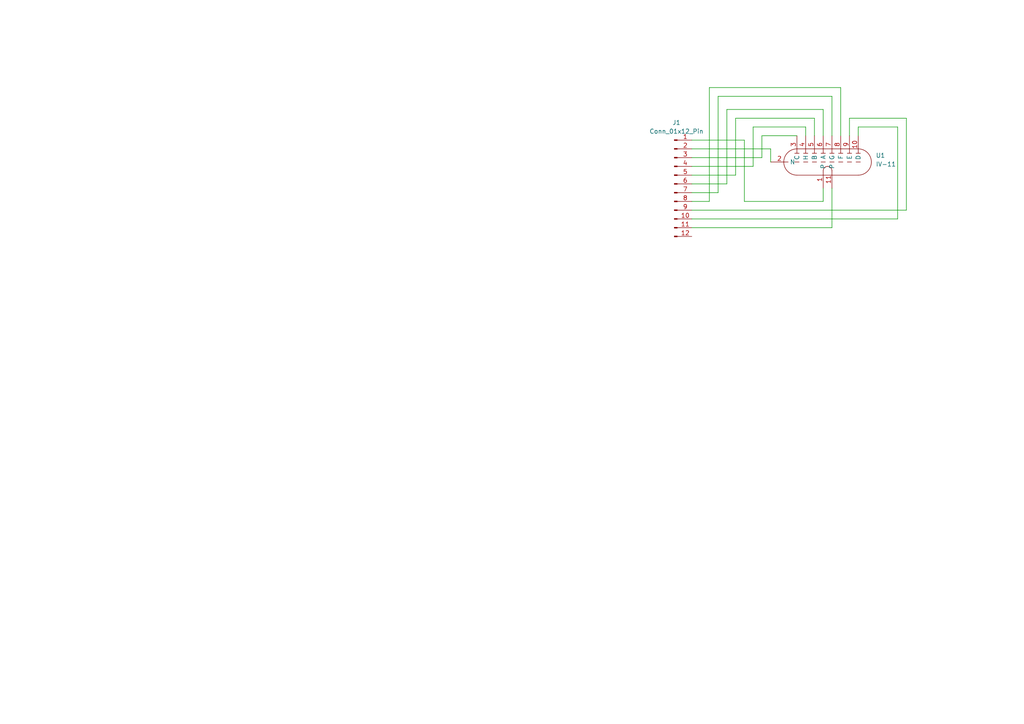
<source format=kicad_sch>
(kicad_sch (version 20230121) (generator eeschema)
  (paper "A4")
  (lib_symbols
    (symbol "Connector:Conn_01x12_Pin" (pin_names (offset 1.016) hide)
      (property "Reference" "J" (at 0 15.24 0))
      (property "Value" "Conn_01x12_Pin" (at 0 -17.78 0))
      (symbol "Conn_01x12_Pin_1_1"
        (polyline (pts (xy 1.27 -15.24) (xy 0.8636 -15.24)) (stroke (width 0.1524)))
        (polyline (pts (xy 1.27 -12.7) (xy 0.8636 -12.7)) (stroke (width 0.1524)))
        (polyline (pts (xy 1.27 -10.16) (xy 0.8636 -10.16)) (stroke (width 0.1524)))
        (polyline (pts (xy 1.27 -7.62) (xy 0.8636 -7.62)) (stroke (width 0.1524)))
        (polyline (pts (xy 1.27 -5.08) (xy 0.8636 -5.08)) (stroke (width 0.1524)))
        (polyline (pts (xy 1.27 -2.54) (xy 0.8636 -2.54)) (stroke (width 0.1524)))
        (polyline (pts (xy 1.27 0) (xy 0.8636 0)) (stroke (width 0.1524)))
        (polyline (pts (xy 1.27 2.54) (xy 0.8636 2.54)) (stroke (width 0.1524)))
        (polyline (pts (xy 1.27 5.08) (xy 0.8636 5.08)) (stroke (width 0.1524)))
        (polyline (pts (xy 1.27 7.62) (xy 0.8636 7.62)) (stroke (width 0.1524)))
        (polyline (pts (xy 1.27 10.16) (xy 0.8636 10.16)) (stroke (width 0.1524)))
        (polyline (pts (xy 1.27 12.7) (xy 0.8636 12.7)) (stroke (width 0.1524)))
        (rectangle (start 0.8636 -15.113) (end 0 -15.367) (stroke (width 0.1524)) (fill (type outline)))
        (rectangle (start 0.8636 -12.573) (end 0 -12.827) (stroke (width 0.1524)) (fill (type outline)))
        (rectangle (start 0.8636 -10.033) (end 0 -10.287) (stroke (width 0.1524)) (fill (type outline)))
        (rectangle (start 0.8636 -7.493) (end 0 -7.747) (stroke (width 0.1524)) (fill (type outline)))
        (rectangle (start 0.8636 -4.953) (end 0 -5.207) (stroke (width 0.1524)) (fill (type outline)))
        (rectangle (start 0.8636 -2.413) (end 0 -2.667) (stroke (width 0.1524)) (fill (type outline)))
        (rectangle (start 0.8636 0.127) (end 0 -0.127) (stroke (width 0.1524)) (fill (type outline)))
        (rectangle (start 0.8636 2.667) (end 0 2.413) (stroke (width 0.1524)) (fill (type outline)))
        (rectangle (start 0.8636 5.207) (end 0 4.953) (stroke (width 0.1524)) (fill (type outline)))
        (rectangle (start 0.8636 7.747) (end 0 7.493) (stroke (width 0.1524)) (fill (type outline)))
        (rectangle (start 0.8636 10.287) (end 0 10.033) (stroke (width 0.1524)) (fill (type outline)))
        (rectangle (start 0.8636 12.827) (end 0 12.573) (stroke (width 0.1524)) (fill (type outline)))
        (pin passive line (at 5.08 12.7 180) (length 3.81) (name "Pin_1") (number "1"))
        (pin passive line (at 5.08 -10.16 180) (length 3.81) (name "Pin_10") (number "10"))
        (pin passive line (at 5.08 -12.7 180) (length 3.81) (name "Pin_11") (number "11"))
        (pin passive line (at 5.08 -15.24 180) (length 3.81) (name "Pin_12") (number "12"))
        (pin passive line (at 5.08 10.16 180) (length 3.81) (name "Pin_2") (number "2"))
        (pin passive line (at 5.08 7.62 180) (length 3.81) (name "Pin_3") (number "3"))
        (pin passive line (at 5.08 5.08 180) (length 3.81) (name "Pin_4") (number "4"))
        (pin passive line (at 5.08 2.54 180) (length 3.81) (name "Pin_5") (number "5"))
        (pin passive line (at 5.08 0 180) (length 3.81) (name "Pin_6") (number "6"))
        (pin passive line (at 5.08 -2.54 180) (length 3.81) (name "Pin_7") (number "7"))
        (pin passive line (at 5.08 -5.08 180) (length 3.81) (name "Pin_8") (number "8"))
        (pin passive line (at 5.08 -7.62 180) (length 3.81) (name "Pin_9") (number "9"))
      )
    )
    (symbol "dmitriy:IV-11"
      (property "Reference" "U" (at 3.81 -5.08 0))
      (property "Value" "IV-11" (at 3.81 -5.08 0))
      (symbol "IV-11_0_1"
        (arc (start -8.89 -5.08) (mid -7.7741 -7.7741) (end -5.08 -8.89))
        (arc (start -5.08 -1.27) (mid -7.7741 -2.3859) (end -8.89 -5.08))
        (polyline (pts (xy -5.715 -5.08) (xy -4.445 -5.08)))
        (polyline (pts (xy -5.715 -2.54) (xy -4.445 -2.54)))
        (polyline (pts (xy -5.08 -8.89) (xy 12.7 -8.89)))
        (polyline (pts (xy -5.08 -1.27) (xy 12.7 -1.27)))
        (polyline (pts (xy -3.175 -5.08) (xy -1.905 -5.08)))
        (polyline (pts (xy -3.175 -2.54) (xy -1.905 -2.54)))
        (polyline (pts (xy -0.635 -5.08) (xy 0.635 -5.08)))
        (polyline (pts (xy -0.635 -2.54) (xy 0.635 -2.54)))
        (polyline (pts (xy 1.905 -5.08) (xy 3.175 -5.08)))
        (polyline (pts (xy 1.905 -2.54) (xy 3.175 -2.54)))
        (polyline (pts (xy 4.445 -5.08) (xy 5.715 -5.08)))
        (polyline (pts (xy 5.715 -2.54) (xy 4.445 -2.54)))
        (polyline (pts (xy 6.985 -5.08) (xy 8.255 -5.08)))
        (polyline (pts (xy 6.985 -2.54) (xy 8.255 -2.54)))
        (polyline (pts (xy 8.89 0) (xy 8.89 0)))
        (polyline (pts (xy 9.525 -5.08) (xy 10.795 -5.08)))
        (polyline (pts (xy 9.525 -2.54) (xy 10.795 -2.54)))
        (polyline (pts (xy 10.795 0) (xy 10.795 0)))
        (polyline (pts (xy 12.065 -5.08) (xy 13.335 -5.08)))
        (polyline (pts (xy 12.065 -2.54) (xy 13.335 -2.54)))
        (arc (start 3.81 -6.35) (mid 2.912 -6.722) (end 2.54 -7.62))
        (arc (start 5.08 -7.62) (mid 4.708 -6.722) (end 3.81 -6.35))
        (arc (start 12.7 -8.89) (mid 15.3941 -7.7741) (end 16.51 -5.08))
        (arc (start 16.51 -5.08) (mid 15.3941 -2.3859) (end 12.7 -1.27))
      )
      (symbol "IV-11_1_1"
        (pin passive line (at 2.54 -12.7 90) (length 5.08) (name "P") (number "1"))
        (pin passive line (at 12.7 2.54 270) (length 5.08) (name "D") (number "10"))
        (pin passive line (at 5.08 -12.7 90) (length 5.08) (name "P") (number "11"))
        (pin passive line (at -12.7 -5.08 0) (length 5.08) (name "N") (number "2"))
        (pin passive line (at -5.08 2.54 270) (length 5.08) (name "C") (number "3"))
        (pin passive line (at -2.54 2.54 270) (length 5.08) (name "H") (number "4"))
        (pin passive line (at 0 2.54 270) (length 5.08) (name "B") (number "5"))
        (pin passive line (at 2.54 2.54 270) (length 5.08) (name "A") (number "6"))
        (pin passive line (at 5.08 2.54 270) (length 5.08) (name "G") (number "7"))
        (pin passive line (at 7.62 2.54 270) (length 5.08) (name "F") (number "8"))
        (pin passive line (at 10.16 2.54 270) (length 5.08) (name "E") (number "9"))
      )
    )
  )
  (wire (pts (xy 243.84 39.37) (xy 243.84 25.4)))
  (wire (pts (xy 241.3 27.94) (xy 241.3 39.37)))
  (wire (pts (xy 262.89 60.96) (xy 200.66 60.96)))
  (wire (pts (xy 246.38 39.37) (xy 246.38 34.29)))
  (wire (pts (xy 200.66 58.42) (xy 205.74 58.42)))
  (wire (pts (xy 218.44 36.83) (xy 233.68 36.83)))
  (wire (pts (xy 238.76 58.42) (xy 215.9 58.42)))
  (wire (pts (xy 200.66 43.18) (xy 223.52 43.18)))
  (wire (pts (xy 210.82 53.34) (xy 200.66 53.34)))
  (wire (pts (xy 205.74 25.4) (xy 205.74 58.42)))
  (wire (pts (xy 213.36 50.8) (xy 213.36 34.29)))
  (wire (pts (xy 260.35 63.5) (xy 200.66 63.5)))
  (wire (pts (xy 241.3 54.61) (xy 241.3 66.04)))
  (wire (pts (xy 233.68 39.37) (xy 233.68 36.83)))
  (wire (pts (xy 248.92 36.83) (xy 260.35 36.83)))
  (wire (pts (xy 238.76 54.61) (xy 238.76 58.42)))
  (wire (pts (xy 246.38 34.29) (xy 262.89 34.29)))
  (wire (pts (xy 238.76 39.37) (xy 238.76 31.75)))
  (wire (pts (xy 262.89 34.29) (xy 262.89 60.96)))
  (wire (pts (xy 213.36 34.29) (xy 236.22 34.29)))
  (wire (pts (xy 200.66 48.26) (xy 218.44 48.26)))
  (wire (pts (xy 208.28 27.94) (xy 241.3 27.94)))
  (wire (pts (xy 238.76 31.75) (xy 210.82 31.75)))
  (wire (pts (xy 215.9 40.64) (xy 200.66 40.64)))
  (wire (pts (xy 200.66 45.72) (xy 220.98 45.72)))
  (wire (pts (xy 243.84 25.4) (xy 205.74 25.4)))
  (wire (pts (xy 248.92 39.37) (xy 248.92 36.83)))
  (wire (pts (xy 260.35 36.83) (xy 260.35 63.5)))
  (wire (pts (xy 218.44 48.26) (xy 218.44 36.83)))
  (wire (pts (xy 220.98 45.72) (xy 220.98 39.37)))
  (wire (pts (xy 200.66 66.04) (xy 241.3 66.04)))
  (wire (pts (xy 215.9 58.42) (xy 215.9 40.64)))
  (wire (pts (xy 208.28 55.88) (xy 208.28 27.94)))
  (wire (pts (xy 200.66 55.88) (xy 208.28 55.88)))
  (wire (pts (xy 223.52 43.18) (xy 223.52 46.99)))
  (wire (pts (xy 210.82 31.75) (xy 210.82 53.34)))
  (wire (pts (xy 236.22 34.29) (xy 236.22 39.37)))
  (wire (pts (xy 220.98 39.37) (xy 231.14 39.37)))
  (wire (pts (xy 200.66 50.8) (xy 213.36 50.8)))
  (symbol (lib_id "Connector:Conn_01x12_Pin") (at 195.58 53.34 0) (unit 1)
    (property "Reference" "J1" (at 196.215 35.56 0))
    (property "Value" "Conn_01x12_Pin" (at 196.215 38.1 0))
    (property "Footprint" "dmitriy:IV-11-DIL" (effects hide))
  )
  (symbol (lib_id "dmitriy:IV-11") (at 236.22 41.91 0) (unit 1)
    (property "Reference" "U1" (at 254 45.085 0) (effects (justify left)))
    (property "Value" "IV-11" (at 254 47.625 0) (effects (justify left)))
    (property "Footprint" "dmitriy:IV11" (effects hide))
  )
)
</source>
